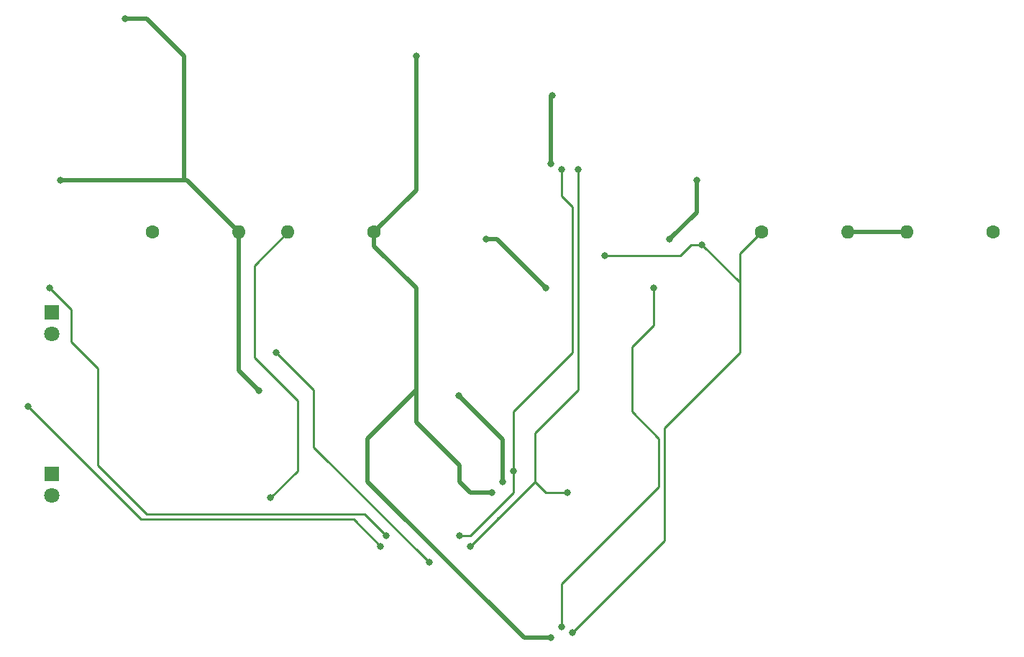
<source format=gtl>
G04 #@! TF.GenerationSoftware,KiCad,Pcbnew,5.1.2-f72e74a~84~ubuntu18.04.1*
G04 #@! TF.CreationDate,2019-06-15T16:10:17+09:00*
G04 #@! TF.ProjectId,left-PCB,6c656674-2d50-4434-922e-6b696361645f,rev?*
G04 #@! TF.SameCoordinates,Original*
G04 #@! TF.FileFunction,Copper,L1,Top*
G04 #@! TF.FilePolarity,Positive*
%FSLAX46Y46*%
G04 Gerber Fmt 4.6, Leading zero omitted, Abs format (unit mm)*
G04 Created by KiCad (PCBNEW 5.1.2-f72e74a~84~ubuntu18.04.1) date 2019-06-15 16:10:17*
%MOMM*%
%LPD*%
G04 APERTURE LIST*
%ADD10O,1.600000X1.600000*%
%ADD11C,1.600000*%
%ADD12C,1.800000*%
%ADD13R,1.800000X1.800000*%
%ADD14C,0.800000*%
%ADD15C,0.500000*%
%ADD16C,0.250000*%
G04 APERTURE END LIST*
D10*
X181610000Y-95000000D03*
D11*
X171450000Y-95000000D03*
D10*
X188595000Y-95000000D03*
D11*
X198755000Y-95000000D03*
D10*
X109910000Y-95000000D03*
D11*
X99750000Y-95000000D03*
D12*
X87875000Y-107040000D03*
D13*
X87875000Y-104500000D03*
D10*
X115715000Y-95000000D03*
D11*
X125875000Y-95000000D03*
D12*
X87875000Y-126040000D03*
D13*
X87875000Y-123500000D03*
D14*
X140970000Y-124460000D03*
X146685000Y-86995000D03*
X135859000Y-114331000D03*
X146866000Y-78921000D03*
X112319000Y-113741000D03*
X88887500Y-88912500D03*
X96520000Y-69850000D03*
X163830000Y-88900000D03*
X139700000Y-125730000D03*
X146050000Y-101600000D03*
X146685000Y-142875000D03*
X139065000Y-95885000D03*
X130810000Y-74295000D03*
X160655000Y-95885000D03*
X148590000Y-125730000D03*
X149860000Y-87630000D03*
X85090000Y-115570000D03*
X137160000Y-132080000D03*
X126620000Y-132080000D03*
X142240000Y-123190000D03*
X147955000Y-87630000D03*
X87630000Y-101600000D03*
X135890000Y-130810000D03*
X127255000Y-130810000D03*
X153035000Y-97790000D03*
X164465000Y-96520000D03*
X149225000Y-142240000D03*
X147955000Y-141605000D03*
X158750000Y-101600000D03*
X113665000Y-126365000D03*
X114300000Y-109220000D03*
X132335000Y-133985000D03*
D15*
X140970000Y-119442000D02*
X135859000Y-114331000D01*
X140970000Y-124460000D02*
X140970000Y-119442000D01*
X146685000Y-79102000D02*
X146866000Y-78921000D01*
X146685000Y-86995000D02*
X146685000Y-79102000D01*
X109910000Y-111332000D02*
X112319000Y-113741000D01*
X109910000Y-95000000D02*
X109910000Y-111332000D01*
X109910000Y-95000000D02*
X103822500Y-88912500D01*
X95512502Y-88912500D02*
X88887500Y-88912500D01*
X103492500Y-88912500D02*
X103492500Y-74282500D01*
X103492500Y-88912500D02*
X95512502Y-88912500D01*
X103822500Y-88912500D02*
X103492500Y-88912500D01*
X103492500Y-74282500D02*
X99060000Y-69850000D01*
X99060000Y-69850000D02*
X96520000Y-69850000D01*
X182741370Y-95000000D02*
X188595000Y-95000000D01*
X181610000Y-95000000D02*
X182741370Y-95000000D01*
X140335000Y-95885000D02*
X146050000Y-101600000D01*
X139065000Y-95885000D02*
X140335000Y-95885000D01*
X137160000Y-125730000D02*
X139700000Y-125730000D01*
X125875000Y-96665000D02*
X130810000Y-101600000D01*
X135890000Y-124460000D02*
X137160000Y-125730000D01*
X130810000Y-117475000D02*
X135890000Y-122555000D01*
X125875000Y-95000000D02*
X125875000Y-96665000D01*
X135890000Y-122555000D02*
X135890000Y-124460000D01*
X130810000Y-90065000D02*
X125875000Y-95000000D01*
X130810000Y-74295000D02*
X130810000Y-90065000D01*
X146685000Y-142875000D02*
X143510000Y-142875000D01*
X143510000Y-142875000D02*
X125095000Y-124460000D01*
X125095000Y-119380000D02*
X130810000Y-113665000D01*
X125095000Y-124460000D02*
X125095000Y-119380000D01*
X130810000Y-101600000D02*
X130810000Y-113665000D01*
X130810000Y-113665000D02*
X130810000Y-117475000D01*
X163830000Y-92710000D02*
X163830000Y-88900000D01*
X160655000Y-95885000D02*
X163830000Y-92710000D01*
D16*
X149860000Y-87630000D02*
X149860000Y-113665000D01*
X149860000Y-113665000D02*
X144780000Y-118745000D01*
X146050000Y-125730000D02*
X148590000Y-125730000D01*
X144780000Y-124460000D02*
X146050000Y-125730000D01*
X144780000Y-123825000D02*
X144780000Y-123826410D01*
X144780000Y-123825000D02*
X144780000Y-124460000D01*
X144780000Y-118745000D02*
X144780000Y-123825000D01*
X144780000Y-123826410D02*
X144780000Y-124460000D01*
X98425000Y-128905000D02*
X92710000Y-123190000D01*
X92710000Y-123190000D02*
X85090000Y-115570000D01*
X142240000Y-127000000D02*
X137160000Y-132080000D01*
X142240000Y-127000000D02*
X140335000Y-128905000D01*
X144780000Y-124460000D02*
X142240000Y-127000000D01*
X120015000Y-128905000D02*
X98425000Y-128905000D01*
X123445000Y-128905000D02*
X126620000Y-132080000D01*
X120015000Y-128905000D02*
X123445000Y-128905000D01*
X142240000Y-123190000D02*
X142240000Y-116205000D01*
X142240000Y-116205000D02*
X149225000Y-109220000D01*
X149225000Y-109220000D02*
X149225000Y-92075000D01*
X147955000Y-90805000D02*
X147955000Y-88195685D01*
X149225000Y-92075000D02*
X147955000Y-90805000D01*
X147955000Y-88195685D02*
X147955000Y-87630000D01*
X142240000Y-123190000D02*
X142240000Y-125730000D01*
X142240000Y-125730000D02*
X139700000Y-128270000D01*
X113665000Y-128270000D02*
X99060000Y-128270000D01*
X99060000Y-128270000D02*
X93345000Y-122555000D01*
X93345000Y-122555000D02*
X93345000Y-111125000D01*
X93345000Y-111125000D02*
X90170000Y-107950000D01*
X90170000Y-107950000D02*
X90170000Y-104140000D01*
X90170000Y-104140000D02*
X87630000Y-101600000D01*
X139700000Y-128270000D02*
X137160000Y-130810000D01*
X137160000Y-130810000D02*
X135890000Y-130810000D01*
X121920000Y-128270000D02*
X113665000Y-128270000D01*
X124715000Y-128270000D02*
X127255000Y-130810000D01*
X121920000Y-128270000D02*
X124715000Y-128270000D01*
X160020000Y-131445000D02*
X149225000Y-142240000D01*
X160020000Y-118110000D02*
X160020000Y-131445000D01*
X168910000Y-100965000D02*
X164465000Y-96520000D01*
X168910000Y-109220000D02*
X168910000Y-100965000D01*
X160020000Y-118110000D02*
X168910000Y-109220000D01*
X168910000Y-97540000D02*
X171450000Y-95000000D01*
X168910000Y-100965000D02*
X168910000Y-97540000D01*
X163195000Y-96520000D02*
X164465000Y-96520000D01*
X153035000Y-97790000D02*
X161925000Y-97790000D01*
X161925000Y-97790000D02*
X163195000Y-96520000D01*
X147955000Y-141605000D02*
X147955000Y-136525000D01*
X147955000Y-136525000D02*
X159385000Y-125095000D01*
X159385000Y-125095000D02*
X159385000Y-119380000D01*
X159385000Y-119380000D02*
X156210000Y-116205000D01*
X156210000Y-116205000D02*
X156210000Y-108585000D01*
X156210000Y-108585000D02*
X158750000Y-106045000D01*
X158750000Y-106045000D02*
X158750000Y-101600000D01*
X111760000Y-109855000D02*
X111760000Y-98955000D01*
X116840000Y-114935000D02*
X111760000Y-109855000D01*
X113665000Y-126365000D02*
X116840000Y-123190000D01*
X111760000Y-98955000D02*
X115715000Y-95000000D01*
X116840000Y-123190000D02*
X116840000Y-114935000D01*
X118745000Y-113665000D02*
X117475000Y-112395000D01*
X117475000Y-112395000D02*
X114300000Y-109220000D01*
X118745000Y-118650000D02*
X118745000Y-113665000D01*
X118745000Y-118650000D02*
X118745000Y-120395000D01*
X118745000Y-120395000D02*
X132335000Y-133985000D01*
M02*

</source>
